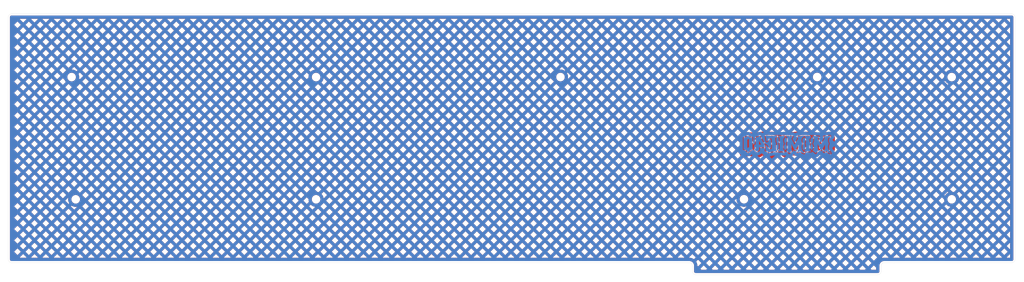
<source format=kicad_pcb>
(kicad_pcb (version 20240108) (generator "pcbnew") (generator_version "8.0")
  (layers (0 "F.Cu" signal) (31 "B.Cu" signal) (34 "B.Paste" user) (35 "F.Paste" user) (36 "B.SilkS" user "B.Silkscreen") (37 "F.SilkS" user "F.Silkscreen") (38 "B.Mask" user) (39 "F.Mask" user) (44 "Edge.Cuts" user))
  (net 0 "")
  (net 1 "GND")
  (footprint "MountingHole:MountingHole_2.2mm_M2" (layer "F.Cu") (at 85.725 98.425)
    (property "Reference" "H1" (hide yes))
    (property "Value" "MountingHole")
    (pad "" np_thru_hole circle (at 0 0) (size 2.2 2.2) (drill 2.2) (layers "F&B.Cu" "*.Mask"))
  )
  (footprint "MountingHole:MountingHole_2.2mm_M2" (layer "F.Cu") (at 360.045 98.425)
    (property "Reference" "H4" (hide yes))
    (property "Value" "MountingHole")
    (pad "" np_thru_hole circle (at 0 0) (size 2.2 2.2) (drill 2.2) (layers "F&B.Cu" "*.Mask"))
  )
  (footprint "MountingHole:MountingHole_2.2mm_M2" (layer "F.Cu") (at 161.925 136.525)
    (property "Reference" "H5" (hide yes))
    (property "Value" "MountingHole")
    (pad "" np_thru_hole circle (at 0 0) (size 2.2 2.2) (drill 2.2) (layers "F&B.Cu" "*.Mask"))
  )
  (footprint "MountingHole:MountingHole_2.2mm_M2" (layer "F.Cu") (at 161.925 98.425)
    (property "Reference" "H7" (hide yes))
    (property "Value" "MountingHole")
    (pad "" np_thru_hole circle (at 0 0) (size 2.2 2.2) (drill 2.2) (layers "F&B.Cu" "*.Mask"))
  )
  (footprint "MountingHole:MountingHole_2.2mm_M2" (layer "F.Cu") (at 318.1 98.4)
    (property "Reference" "H9" (hide yes))
    (property "Value" "MountingHole")
    (pad "" np_thru_hole circle (at 0 0) (size 2.2 2.2) (drill 2.2) (layers "F&B.Cu" "*.Mask"))
  )
  (footprint "MountingHole:MountingHole_2.2mm_M2" (layer "F.Cu") (at 295.3 136.5)
    (property "Reference" "H6" (hide yes))
    (property "Value" "MountingHole")
    (pad "" np_thru_hole circle (at 0 0) (size 2.2 2.2) (drill 2.2) (layers "F&B.Cu" "*.Mask"))
  )
  (footprint "MountingHole:MountingHole_2.2mm_M2" (layer "F.Cu") (at 87 136.525)
    (property "Reference" "H3" (hide yes))
    (property "Value" "MountingHole")
    (pad "" np_thru_hole circle (at 0 0) (size 2.2 2.2) (drill 2.2) (layers "F&B.Cu" "*.Mask"))
  )
  (footprint "MountingHole:MountingHole_2.2mm_M2" (layer "F.Cu") (at 238.1 98.425)
    (property "Reference" "H2" (hide yes))
    (property "Value" "MountingHole")
    (pad "" np_thru_hole circle (at 0 0) (size 2.2 2.2) (drill 2.2) (layers "F&B.Cu" "*.Mask"))
  )
  (footprint "MountingHole:MountingHole_2.2mm_M2" (layer "F.Cu") (at 360.045 136.525)
    (property "Reference" "H8" (hide yes))
    (property "Value" "MountingHole")
    (pad "" np_thru_hole circle (at 0 0) (size 2.2 2.2) (drill 2.2) (layers "F&B.Cu" "*.Mask"))
  )
  (gr_poly (pts (xy 321.24506 116.905889) (xy 321.416509 117.04439) (xy 321.601274 117.168258) (xy 321.811591 117.264895) (xy 322.0446 117.322531) (xy 322.284933 117.350886) (xy 322.284933 120.85919) (xy 322.155136 120.893888) (xy 321.917438 120.98321) (xy 321.707689 121.092895) (xy 321.524396 121.215498) (xy 321.330207 121.375578) (xy 321.144554 121.558491) (xy 320.986904 121.727473) (xy 320.888529 121.636527) (xy 320.688535 121.467624) (xy 320.507266 121.325444) (xy 320.317832 121.185208) (xy 320.130149 121.054504) (xy 319.913117 120.916085) (xy 319.676786 120.795443) (xy 319.725886 120.583786) (xy 319.751245 120.350155) (xy 319.754179 120.306346) (xy 320.622006 120.306346) (xy 320.76984 120.397864) (xy 320.965035 120.51562) (xy 321.179194 120.647615) (xy 321.383677 120.782254) (xy 321.396866 117.857568) (xy 321.226215 117.784856) (xy 321.020186 117.697092) (xy 320.821713 117.596216) (xy 320.634096 117.477281) (xy 320.634733 117.504845) (xy 320.639969 117.738505) (xy 320.644881 117.989155) (xy 320.648676 118.227804) (xy 320.651715 118.488876) (xy 320.6533 118.710955) (xy 320.653879 118.942372) (xy 320.653799 119.025986) (xy 320.652454 119.280378) (xy 320.64908 119.53813) (xy 320.6432 119.796724) (xy 320.634334 120.053636) (xy 320.622006 120.306346) (xy 319.754179 120.306346) (xy 319.766362 120.124446) (xy 319.777357 119.871947) (xy 319.784669 119.599767) (xy 319.788734 119.315016) (xy 319.789992 119.024804) (xy 319.789688 118.862326) (xy 319.788441 118.637014) (xy 319.786421 118.408) (xy 319.783834 118.182057) (xy 319.780118 117.91427) (xy 319.77624 117.6751) (xy 319.771308 117.413534) (xy 319.8154 117.410754) (xy 320.073148 117.376435) (xy 320.326259 117.310593) (xy 320.540668 117.230359) (xy 320.764254 117.125965) (xy 321.002652 116.996379) (xy 321.207822 116.873879)) (stroke (width 0.2)) (fill solid) (layer "F.Cu") (net 1))
  (gr_poly (pts (xy 300.818962 116.871472) (xy 300.634777 117.051256) (xy 300.501624 117.244671) (xy 300.41168 117.450985) (xy 300.35712 117.669471) (xy 300.330121 117.899397) (xy 300.32286 118.140034) (xy 300.334677 118.319092) (xy 300.377658 118.537418) (xy 300.450963 118.766947) (xy 300.537041 118.973439) (xy 300.643796 119.189668) (xy 300.549431 119.386371) (xy 300.463292 119.617084) (xy 300.403433 119.833485) (xy 300.362992 120.05971) (xy 300.34814 120.288761) (xy 300.365158 120.527742) (xy 300.415199 120.754392) (xy 300.496742 120.960321) (xy 300.629659 121.163191) (xy 300.800966 121.313115) (xy 300.633823 121.407783) (xy 300.440584 121.542212) (xy 300.264088 121.691478) (xy 300.09169 121.873241) (xy 299.956863 122.074787) (xy 299.8669 121.894224) (xy 299.709417 121.703012) (xy 299.536964 121.546964) (xy 299.344196 121.412478) (xy 299.144633 121.313115) (xy 299.25646 121.182408) (xy 299.348431 120.973739) (xy 299.403294 120.72139) (xy 299.427503 120.487549) (xy 299.438006 120.240697) (xy 299.440289 119.988708) (xy 299.440289 118.808283) (xy 298.218098 121.12627) (xy 298.111486 121.10209) (xy 296.920069 119.019309) (xy 296.920069 119.978817) (xy 296.920442 120.072745) (xy 296.926164 120.331606) (xy 296.945125 120.628432) (xy 296.977971 120.878143) (xy 297.040104 121.137506) (xy 297.127509 121.354361) (xy 297.242174 121.545988) (xy 297.386084 121.729672) (xy 297.287199 121.701974) (xy 297.06485 121.624966) (xy 296.869035 121.524865) (xy 296.686088 121.399944) (xy 296.498017 121.252665) (xy 296.475961 121.289464) (xy 296.332198 121.497948) (xy 296.160744 121.685712) (xy 295.988622 121.82673) (xy 295.782992 121.954022) (xy 295.537363 122.067892) (xy 295.3077 122.149525) (xy 295.493082 121.955662) (xy 295.664527 121.738447) (xy 295.818714 121.501629) (xy 295.952318 121.248956) (xy 296.062017 120.984175) (xy 296.144487 120.711036) (xy 296.196407 120.433285) (xy 296.214452 120.154672) (xy 296.210562 120.025859) (xy 296.184012 119.803861) (xy 296.130207 119.587287) (xy 296.046659 119.377379) (xy 295.930886 119.17538) (xy 296.003797 119.029696) (xy 296.094565 118.819386) (xy 296.172511 118.585602) (xy 296.220685 118.363167) (xy 296.239731 118.12135) (xy 296.232306 117.976192) (xy 296.187558 117.746662) (xy 296.103606 117.531542) (xy 295.98191 117.329573) (xy 295.823929 117.139498) (xy 295.631121 116.96006) (xy 295.45278 116.823321) (xy 295.596761 116.803538) (xy 295.629074 116.804043) (xy 295.87758 116.831393) (xy 296.125474 116.877089) (xy 296.360109 116.920966) (xy 296.623039 116.962116) (xy 296.855515 116.988035) (xy 297.109113 117.003572) (xy 297.13227 117.003567) (xy 297.35531 116.996978) (xy 297.219623 117.161621) (xy 297.125799 117.363364) (xy 297.083834 117.590488) (xy 298.337899 119.73262) (xy 299.384235 117.627857) (xy 299.355246 117.549714) (xy 299.258945 117.342346) (xy 299.126688 117.148607) (xy 298.955589 116.978293) (xy 299.005657 116.984408) (xy 299.225966 116.991482) (xy 299.437747 116.987013) (xy 299.709671 116.970242) (xy 299.929451 116.949479) (xy 300.148097 116.923608) (xy 300.415416 116.88609) (xy 300.670821 116.845211) (xy 300.908677 116.803538)) (stroke (width 0.2)) (fill solid) (layer "F.Cu") (net 1))
  (gr_poly (pts (xy 312.352386 116.822751) (xy 312.592215 116.841314) (xy 312.824447 116.855258) (xy 313.048906 116.865012) (xy 313.307748 116.871786) (xy 313.554839 116.873879) (xy 313.803158 116.87172) (xy 314.031883 116.865881) (xy 314.307967 116.854023) (xy 314.553049 116.839589) (xy 314.81914 116.821377) (xy 315.085044 116.805119) (xy 315.330973 116.803538) (xy 315.488143 116.816727) (xy 315.441195 116.96572) (xy 315.391277 117.204702) (xy 315.351539 117.435896) (xy 315.313901 117.682199) (xy 315.280139 117.924729) (xy 315.252032 118.144602) (xy 315.224361 118.390628) (xy 315.179298 118.409312) (xy 315.152145 118.38852) (xy 314.972385 118.214135) (xy 314.84842 118.017917) (xy 314.765002 117.789255) (xy 314.713283 117.554218) (xy 314.600374 117.495124) (xy 314.383496 117.453779) (xy 314.15934 117.446507) (xy 314.056603 117.447372) (xy 313.826019 117.453719) (xy 313.604298 117.459696) (xy 313.596203 117.505836) (xy 313.560084 117.764602) (xy 313.536276 118.000909) (xy 313.51682 118.258192) (xy 313.501564 118.531774) (xy 313.490352 118.816981) (xy 313.48303 119.109136) (xy 313.479998 119.33) (xy 313.479001 119.55017) (xy 313.479327 119.698845) (xy 313.481389 119.941293) (xy 313.485503 120.174684) (xy 313.493398 120.438939) (xy 313.504808 120.681466) (xy 313.522965 120.930631) (xy 314.587986 121.038342) (xy 314.612837 120.941501) (xy 314.694447 120.712879) (xy 314.800429 120.50086) (xy 314.926455 120.302124) (xy 315.068198 120.113349) (xy 315.221333 119.931216) (xy 315.381531 119.752404) (xy 315.4189 119.765593) (xy 315.406673 119.875016) (xy 315.391805 120.106881) (xy 315.388126 120.329427) (xy 315.388272 120.370165) (xy 315.394912 120.606187) (xy 315.413384 120.857603) (xy 315.445172 121.102037) (xy 315.494738 121.323007) (xy 315.340818 121.346732) (xy 315.122473 121.40902) (xy 314.908694 121.51001) (xy 314.700826 121.644294) (xy 314.505554 121.797815) (xy 314.309971 121.741754) (xy 314.047869 121.675357) (xy 313.786556 121.618575) (xy 313.528544 121.571485) (xy 313.276343 121.534164) (xy 313.032467 121.50669) (xy 312.799425 121.48914) (xy 312.527187 121.481277) (xy 312.378753 121.491367) (xy 312.155694 121.545024) (xy 312.149099 121.52524) (xy 312.298565 121.343272) (xy 312.385247 121.137932) (xy 312.4542 120.892685) (xy 312.504542 120.62773) (xy 312.535392 120.363269) (xy 312.545872 120.119501) (xy 312.545634 120.083652) (xy 312.530896 119.836003) (xy 312.49407 119.603186) (xy 312.426351 119.371563) (xy 312.319459 119.177578) (xy 312.344786 119.150768) (xy 312.471368 118.946921) (xy 312.546893 118.733025) (xy 312.599155 118.493973) (xy 312.631875 118.243701) (xy 312.648776 117.996145) (xy 312.653583 117.765244) (xy 312.64912 117.569184) (xy 312.634898 117.346489) (xy 312.563313 117.31134) (xy 312.373729 117.170215) (xy 312.217173 116.996366) (xy 312.105135 116.799141)) (stroke (width 0.2)) (fill solid) (layer "F.Cu") (net 1))
  (gr_poly (pts (xy 309.044572 116.871472) (xy 308.860387 117.051256) (xy 308.727235 117.244671) (xy 308.63729 117.450985) (xy 308.582731 117.669471) (xy 308.555732 117.899397) (xy 308.548471 118.140034) (xy 308.560288 118.319092) (xy 308.603269 118.537418) (xy 308.676573 118.766947) (xy 308.762651 118.973439) (xy 308.869406 119.189668) (xy 308.775042 119.386371) (xy 308.688902 119.617084) (xy 308.629044 119.833485) (xy 308.588602 120.05971) (xy 308.57375 120.288761) (xy 308.590769 120.527742) (xy 308.64081 120.754392) (xy 308.722352 120.960321) (xy 308.855269 121.163191) (xy 309.026576 121.313115) (xy 308.859434 121.407783) (xy 308.666195 121.542212) (xy 308.489699 121.691478) (xy 308.317301 121.873241) (xy 308.182473 122.074787) (xy 308.09251 121.894224) (xy 307.935027 121.703012) (xy 307.762575 121.546964) (xy 307.569807 121.412478) (xy 307.370244 121.313115) (xy 307.48207 121.182408) (xy 307.574042 120.973739) (xy 307.628905 120.72139) (xy 307.653113 120.487549) (xy 307.663617 120.240697) (xy 307.6659 119.988708) (xy 307.6659 118.808283) (xy 306.443708 121.12627) (xy 306.337096 121.10209) (xy 305.14568 119.019309) (xy 305.14568 119.978817) (xy 305.146053 120.072745) (xy 305.151774 120.331606) (xy 305.170736 120.628432) (xy 305.203582 120.878143) (xy 305.265715 121.137506) (xy 305.35312 121.354361) (xy 305.467784 121.545988) (xy 305.611695 121.729672) (xy 305.512809 121.701974) (xy 305.290461 121.624966) (xy 305.094645 121.524865) (xy 304.911699 121.399944) (xy 304.723628 121.252665) (xy 304.701572 121.289464) (xy 304.557808 121.497948) (xy 304.386354 121.685712) (xy 304.214232 121.82673) (xy 304.008602 121.954022) (xy 303.762974 122.067892) (xy 303.533311 122.149525) (xy 303.718692 121.955662) (xy 303.890138 121.738447) (xy 304.044324 121.501629) (xy 304.177929 121.248956) (xy 304.287627 120.984175) (xy 304.370098 120.711036) (xy 304.422017 120.433285) (xy 304.440062 120.154672) (xy 304.436172 120.025859) (xy 304.409623 119.803861) (xy 304.355817 119.587287) (xy 304.27227 119.377379) (xy 304.156496 119.17538) (xy 304.229408 119.029696) (xy 304.320175 118.819386) (xy 304.398121 118.585602) (xy 304.446296 118.363167) (xy 304.465341 118.12135) (xy 304.457917 117.976192) (xy 304.413169 117.746662) (xy 304.329217 117.531542) (xy 304.207521 117.329573) (xy 304.049539 117.139498) (xy 303.856732 116.96006) (xy 303.678391 116.823321) (xy 303.822372 116.803538) (xy 303.854685 116.804043) (xy 304.10319 116.831393) (xy 304.351085 116.877089) (xy 304.58572 116.920966) (xy 304.84865 116.962116) (xy 305.081125 116.988035) (xy 305.334724 117.003572) (xy 305.357881 117.003567) (xy 305.58092 116.996978) (xy 305.445234 117.161621) (xy 305.35141 117.363364) (xy 305.309445 117.590488) (xy 306.563509 119.73262) (xy 307.609846 117.627857) (xy 307.580857 117.549714) (xy 307.484556 117.342346) (xy 307.352298 117.148607) (xy 307.1812 116.978293) (xy 307.231267 116.984408) (xy 307.451576 116.991482) (xy 307.663358 116.987013) (xy 307.935281 116.970242) (xy 308.155061 116.949479) (xy 308.373708 116.923608) (xy 308.641027 116.88609) (xy 308.896432 116.845211) (xy 309.134288 116.803538)) (stroke (width 0.2)) (fill solid) (layer "F.Cu") (net 1))
  (gr_poly (pts (xy 309.802376 116.817451) (xy 310.023749 116.86774) (xy 310.251302 116.901312) (xy 310.481775 116.913447) (xy 310.62271 116.910856) (xy 310.856462 116.895699) (xy 311.080263 116.870868) (xy 311.301638 116.84085) (xy 311.528112 116.810132) (xy 311.353486 116.976905) (xy 311.223532 117.203043) (xy 311.146132 117.421128) (xy 311.094055 117.652711) (xy 311.064708 117.885191) (xy 311.055502 118.105963) (xy 311.057661 118.23145) (xy 311.07314 118.470741) (xy 311.106231 118.720476) (xy 311.16011 118.963603) (xy 311.237951 119.183073) (xy 311.155691 119.375707) (xy 311.103312 119.598943) (xy 311.075663 119.840108) (xy 311.067592 120.086528) (xy 311.070282 120.238374) (xy 311.089058 120.485241) (xy 311.130456 120.725064) (xy 311.199958 120.958673) (xy 311.303048 121.186899) (xy 311.445212 121.410572) (xy 311.59076 121.586789) (xy 311.507112 121.576507) (xy 311.27283 121.550657) (xy 311.027934 121.52924) (xy 310.779713 121.514939) (xy 310.532334 121.509853) (xy 310.336888 121.513149) (xy 310.101448 121.526486) (xy 309.858902 121.550752) (xy 309.625582 121.581294) (xy 309.658875 121.559845) (xy 309.844705 121.394994) (xy 309.978133 121.218155) (xy 310.088217 121.014993) (xy 310.171333 120.794463) (xy 310.223859 120.56552) (xy 310.242173 120.337121) (xy 310.24188 120.296783) (xy 310.227666 120.05442) (xy 310.191695 119.81694) (xy 310.133402 119.591907) (xy 310.052223 119.386884) (xy 309.927833 119.183073) (xy 310.041033 118.943189) (xy 310.121689 118.718099) (xy 310.174583 118.502196) (xy 310.207582 118.254438) (xy 310.216894 118.002648) (xy 310.213554 117.839184) (xy 310.198209 117.617965) (xy 310.1682 117.604814) (xy 309.974632 117.461539) (xy 309.851555 117.263074) (xy 309.781764 117.027038) (xy 309.750879 116.803538)) (stroke (width 0.2)) (fill solid) (layer "F.Cu") (net 1))
  (gr_poly (pts (xy 317.394614 116.905686) (xy 317.601018 117.066558) (xy 317.800132 117.165206) (xy 318.048495 117.247598) (xy 318.281934 117.297837) (xy 318.523837 117.327805) (xy 318.523837 119.582044) (xy 318.971168 119.582044) (xy 318.975892 119.662538) (xy 318.996351 119.882617) (xy 319.033764 120.105307) (xy 319.116248 120.331625) (xy 318.94999 120.211112) (xy 318.726071 120.179951) (xy 318.523837 120.179951) (xy 318.523837 120.432742) (xy 318.540805 120.596373) (xy 318.658551 120.794963) (xy 318.883241 120.861388) (xy 319.060195 120.836109) (xy 318.951785 120.943538) (xy 318.763304 121.098479) (xy 318.577333 121.241352) (xy 318.395347 121.379387) (xy 318.221587 121.516448) (xy 318.071095 121.432395) (xy 317.874747 121.313097) (xy 317.67314 121.201008) (xy 317.686329 120.179951) (xy 316.867505 120.179951) (xy 316.65042 120.180806) (xy 316.417416 120.184837) (xy 316.188156 120.195305) (xy 315.959654 120.223914) (xy 315.971046 120.16172) (xy 315.991528 119.941448) (xy 315.991362 119.919735) (xy 315.967946 119.686016) (xy 315.929665 119.582044) (xy 316.697145 119.582044) (xy 317.730292 119.582044) (xy 317.730292 117.699298) (xy 317.661717 117.850475) (xy 317.56571 118.055958) (xy 317.44136 118.313273) (xy 317.334069 118.527327) (xy 317.218317 118.749351) (xy 317.097308 118.970265) (xy 316.974249 119.180988) (xy 316.852345 119.372442) (xy 316.697145 119.582044) (xy 315.929665 119.582044) (xy 315.890411 119.475432) (xy 316.032941 119.31032) (xy 316.171573 119.115771) (xy 316.337156 118.867682) (xy 316.457312 118.679845) (xy 316.581638 118.479165) (xy 316.707011 118.270022) (xy 316.830306 118.056797) (xy 316.948402 117.84387) (xy 317.058173 117.635623) (xy 317.156498 117.436436) (xy 317.275689 117.164227) (xy 317.365394 116.873879)) (stroke (width 0.2)) (fill solid) (layer "F.Cu") (net 1))
  (gr_poly (pts (xy 321.24506 116.905889) (xy 321.416509 117.04439) (xy 321.601274 117.168258) (xy 321.811591 117.264895) (xy 322.0446 117.322531) (xy 322.284933 117.350886) (xy 322.284933 120.85919) (xy 322.155136 120.893888) (xy 321.917438 120.98321) (xy 321.707689 121.092895) (xy 321.524396 121.215498) (xy 321.330207 121.375578) (xy 321.144554 121.558491) (xy 320.986904 121.727473) (xy 320.888529 121.636527) (xy 320.688535 121.467624) (xy 320.507266 121.325444) (xy 320.317832 121.185208) (xy 320.130149 121.054504) (xy 319.913117 120.916085) (xy 319.676786 120.795443) (xy 319.725886 120.583786) (xy 319.751245 120.350155) (xy 319.754179 120.306346) (xy 320.622006 120.306346) (xy 320.76984 120.397864) (xy 320.965035 120.51562) (xy 321.179194 120.647615) (xy 321.383677 120.782254) (xy 321.396866 117.857568) (xy 321.226215 117.784856) (xy 321.020186 117.697092) (xy 320.821713 117.596216) (xy 320.634096 117.477281) (xy 320.634733 117.504845) (xy 320.639969 117.738505) (xy 320.644881 117.989155) (xy 320.648676 118.227804) (xy 320.651715 118.488876) (xy 320.6533 118.710955) (xy 320.653879 118.942372) (xy 320.653799 119.025986) (xy 320.652454 119.280378) (xy 320.64908 119.53813) (xy 320.6432 119.796724) (xy 320.634334 120.053636) (xy 320.622006 120.306346) (xy 319.754179 120.306346) (xy 319.766362 120.124446) (xy 319.777357 119.871947) (xy 319.784669 119.599767) (xy 319.788734 119.315016) (xy 319.789992 119.024804) (xy 319.789688 118.862326) (xy 319.788441 118.637014) (xy 319.786421 118.408) (xy 319.783834 118.182057) (xy 319.780118 117.91427) (xy 319.77624 117.6751) (xy 319.771308 117.413534) (xy 319.8154 117.410754) (xy 320.073148 117.376435) (xy 320.326259 117.310593) (xy 320.540668 117.230359) (xy 320.764254 117.125965) (xy 321.002652 116.996379) (xy 321.207822 116.873879)) (stroke (width 0.2)) (fill solid) (layer "F.Cu") (net 1))
  (gr_poly (pts (xy 312.352386 116.822751) (xy 312.592215 116.841314) (xy 312.824447 116.855258) (xy 313.048906 116.865012) (xy 313.307748 116.871786) (xy 313.554839 116.873879) (xy 313.803158 116.87172) (xy 314.031883 116.865881) (xy 314.307967 116.854023) (xy 314.553049 116.839589) (xy 314.81914 116.821377) (xy 315.085044 116.805119) (xy 315.330973 116.803538) (xy 315.488143 116.816727) (xy 315.441195 116.96572) (xy 315.391277 117.204702) (xy 315.351539 117.435896) (xy 315.313901 117.682199) (xy 315.280139 117.924729) (xy 315.252032 118.144602) (xy 315.224361 118.390628) (xy 315.179298 118.409312) (xy 315.152145 118.38852) (xy 314.972385 118.214135) (xy 314.84842 118.017917) (xy 314.765002 117.789255) (xy 314.713283 117.554218) (xy 314.600374 117.495124) (xy 314.383496 117.453779) (xy 314.15934 117.446507) (xy 314.056603 117.447372) (xy 313.826019 117.453719) (xy 313.604298 117.459696) (xy 313.596203 117.505836) (xy 313.560084 117.764602) (xy 313.536276 118.000909) (xy 313.51682 118.258192) (xy 313.501564 118.531774) (xy 313.490352 118.816981) (xy 313.48303 119.109136) (xy 313.479998 119.33) (xy 313.479001 119.55017) (xy 313.479327 119.698845) (xy 313.481389 119.941293) (xy 313.485503 120.174684) (xy 313.493398 120.438939) (xy 313.504808 120.681466) (xy 313.522965 120.930631) (xy 314.587986 121.038342) (xy 314.612837 120.941501) (xy 314.694447 120.712879) (xy 314.800429 120.50086) (xy 314.926455 120.302124) (xy 315.068198 120.113349) (xy 315.221333 119.931216) (xy 315.381531 119.752404) (xy 315.4189 119.765593) (xy 315.406673 119.875016) (xy 315.391805 120.106881) (xy 315.388126 120.329427) (xy 315.388272 120.370165) (xy 315.394912 120.606187) (xy 315.413384 120.857603) (xy 315.445172 121.102037) (xy 315.494738 121.323007) (xy 315.340818 121.346732) (xy 315.122473 121.40902) (xy 314.908694 121.51001) (xy 314.700826 121.644294) (xy 314.505554 121.797815) (xy 314.309971 121.741754) (xy 314.047869 121.675357) (xy 313.786556 121.618575) (xy 313.528544 121.571485) (xy 313.276343 121.534164) (xy 313.032467 121.50669) (xy 312.799425 121.48914) (xy 312.527187 121.481277) (xy 312.378753 121.491367) (xy 312.155694 121.545024) (xy 312.149099 121.52524) (xy 312.298565 121.343272) (xy 312.385247 121.137932) (xy 312.4542 120.892685) (xy 312.504542 120.62773) (xy 312.535392 120.363269) (xy 312.545872 120.119501) (xy 312.545634 120.083652) (xy 312.530896 119.836003) (xy 312.49407 119.603186) (xy 312.426351 119.371563) (xy 312.319459 119.177578) (xy 312.344786 119.150768) (xy 312.471368 118.946921) (xy 312.546893 118.733025) (xy 312.599155 118.493973) (xy 312.631875 118.243701) (xy 312.648776 117.996145) (xy 312.653583 117.765244) (xy 312.64912 117.569184) (xy 312.634898 117.346489) (xy 312.563313 117.31134) (xy 312.373729 117.170215) (xy 312.217173 116.996366) (xy 312.105135 116.799141)) (stroke (width 0.2)) (fill solid) (layer "F.Cu") (net 1))
  (gr_poly (pts (xy 317.394614 116.905686) (xy 317.601018 117.066558) (xy 317.800132 117.165206) (xy 318.048495 117.247598) (xy 318.281934 117.297837) (xy 318.523837 117.327805) (xy 318.523837 119.582044) (xy 318.971168 119.582044) (xy 318.975892 119.662538) (xy 318.996351 119.882617) (xy 319.033764 120.105307) (xy 319.116248 120.331625) (xy 318.94999 120.211112) (xy 318.726071 120.179951) (xy 318.523837 120.179951) (xy 318.523837 120.432742) (xy 318.540805 120.596373) (xy 318.658551 120.794963) (xy 318.883241 120.861388) (xy 319.060195 120.836109) (xy 318.951785 120.943538) (xy 318.763304 121.098479) (xy 318.577333 121.241352) (xy 318.395347 121.379387) (xy 318.221587 121.516448) (xy 318.071095 121.432395) (xy 317.874747 121.313097) (xy 317.67314 121.201008) (xy 317.686329 120.179951) (xy 316.867505 120.179951) (xy 316.65042 120.180806) (xy 316.417416 120.184837) (xy 316.188156 120.195305) (xy 315.959654 120.223914) (xy 315.971046 120.16172) (xy 315.991528 119.941448) (xy 315.991362 119.919735) (xy 315.967946 119.686016) (xy 315.929665 119.582044) (xy 316.697145 119.582044) (xy 317.730292 119.582044) (xy 317.730292 117.699298) (xy 317.661717 117.850475) (xy 317.56571 118.055958) (xy 317.44136 118.313273) (xy 317.334069 118.527327) (xy 317.218317 118.749351) (xy 317.097308 118.970265) (xy 316.974249 119.180988) (xy 316.852345 119.372442) (xy 316.697145 119.582044) (xy 315.929665 119.582044) (xy 315.890411 119.475432) (xy 316.032941 119.31032) (xy 316.171573 119.115771) (xy 316.337156 118.867682) (xy 316.457312 118.679845) (xy 316.581638 118.479165) (xy 316.707011 118.270022) (xy 316.830306 118.056797) (xy 316.948402 117.84387) (xy 317.058173 117.635623) (xy 317.156498 117.436436) (xy 317.275689 117.164227) (xy 317.365394 116.873879)) (stroke (width 0.2)) (fill solid) (layer "F.Cu") (net 1))
  (gr_poly (pts (xy 309.044572 116.871472) (xy 308.860387 117.051256) (xy 308.727235 117.244671) (xy 308.63729 117.450985) (xy 308.582731 117.669471) (xy 308.555732 117.899397) (xy 308.548471 118.140034) (xy 308.560288 118.319092) (xy 308.603269 118.537418) (xy 308.676573 118.766947) (xy 308.762651 118.973439) (xy 308.869406 119.189668) (xy 308.775042 119.386371) (xy 308.688902 119.617084) (xy 308.629044 119.833485) (xy 308.588602 120.05971) (xy 308.57375 120.288761) (xy 308.590769 120.527742) (xy 308.64081 120.754392) (xy 308.722352 120.960321) (xy 308.855269 121.163191) (xy 309.026576 121.313115) (xy 308.859434 121.407783) (xy 308.666195 121.542212) (xy 308.489699 121.691478) (xy 308.317301 121.873241) (xy 308.182473 122.074787) (xy 308.09251 121.894224) (xy 307.935027 121.703012) (xy 307.762575 121.546964) (xy 307.569807 121.412478) (xy 307.370244 121.313115) (xy 307.48207 121.182408) (xy 307.574042 120.973739) (xy 307.628905 120.72139) (xy 307.653113 120.487549) (xy 307.663617 120.240697) (xy 307.6659 119.988708) (xy 307.6659 118.808283) (xy 306.443708 121.12627) (xy 306.337096 121.10209) (xy 305.14568 119.019309) (xy 305.14568 119.978817) (xy 305.146053 120.072745) (xy 305.151774 120.331606) (xy 305.170736 120.628432) (xy 305.203582 120.878143) (xy 305.265715 121.137506) (xy 305.35312 121.354361) (xy 305.467784 121.545988) (xy 305.611695 121.729672) (xy 305.512809 121.701974) (xy 305.290461 121.624966) (xy 305.094645 121.524865) (xy 304.911699 121.399944) (xy 304.723628 121.252665) (xy 304.701572 121.289464) (xy 304.557808 121.497948) (xy 304.386354 121.685712) (xy 304.214232 121.82673) (xy 304.008602 121.954022) (xy 303.762974 122.067892) (xy 303.533311 122.149525) (xy 303.718692 121.955662) (xy 303.890138 121.738447) (xy 304.044324 121.501629) (xy 304.177929 121.248956) (xy 304.287627 120.984175) (xy 304.370098 120.711036) (xy 304.422017 120.433285) (xy 304.440062 120.154672) (xy 304.436172 120.025859) (xy 304.409623 119.803861) (xy 304.355817 119.587287) (xy 304.27227 119.377379) (xy 304.156496 119.17538) (xy 304.229408 119.029696) (xy 304.320175 118.819386) (xy 304.398121 118.585602) (xy 304.446296 118.363167) (xy 304.465341 118.12135) (xy 304.457917 117.976192) (xy 304.413169 117.746662) (xy 304.329217 117.531542) (xy 304.207521 117.329573) (xy 304.049539 117.139498) (xy 303.856732 116.96006) (xy 303.678391 116.823321) (xy 303.822372 116.803538) (xy 303.854685 116.804043) (xy 304.10319 116.831393) (xy 304.351085 116.877089) (xy 304.58572 116.920966) (xy 304.84865 116.962116) (xy 305.081125 116.988035) (xy 305.334724 117.003572) (xy 305.357881 117.003567) (xy 305.58092 116.996978) (xy 305.445234 117.161621) (xy 305.35141 117.363364) (xy 305.309445 117.590488) (xy 306.563509 119.73262) (xy 307.609846 117.627857) (xy 307.580857 117.549714) (xy 307.484556 117.342346) (xy 307.352298 117.148607) (xy 307.1812 116.978293) (xy 307.231267 116.984408) (xy 307.451576 116.991482) (xy 307.663358 116.987013) (xy 307.935281 116.970242) (xy 308.155061 116.949479) (xy 308.373708 116.923608) (xy 308.641027 116.88609) (xy 308.896432 116.845211) (xy 309.134288 116.803538)) (stroke (width 0.2)) (fill solid) (layer "F.Cu") (net 1))
  (gr_poly (pts (xy 301.576765 116.817451) (xy 301.798139 116.86774) (xy 302.025692 116.901312) (xy 302.256165 116.913447) (xy 302.3971 116.910856) (xy 302.630851 116.895699) (xy 302.854652 116.870868) (xy 303.076027 116.84085) (xy 303.302501 116.810132) (xy 303.127875 116.976905) (xy 302.997921 117.203043) (xy 302.920522 117.421128) (xy 302.868444 117.652711) (xy 302.839098 117.885191) (xy 302.829891 118.105963) (xy 302.832051 118.23145) (xy 302.84753 118.470741) (xy 302.880621 118.720476) (xy 302.934499 118.963603) (xy 303.012341 119.183073) (xy 302.93008 119.375707) (xy 302.877702 119.598943) (xy 302.850053 119.840108) (xy 302.841981 120.086528) (xy 302.844671 120.238374) (xy 302.863448 120.485241) (xy 302.904845 120.725064) (xy 302.974347 120.958673) (xy 303.077438 121.186899) (xy 303.219601 121.410572) (xy 303.365149 121.586789) (xy 303.281501 121.576507) (xy 303.04722 121.550657) (xy 302.802323 121.52924) (xy 302.554102 121.514939) (xy 302.306723 121.509853) (xy 302.111277 121.513149) (xy 301.875837 121.526486) (xy 301.633291 121.550752) (xy 301.399971 121.581294) (xy 301.433265 121.559845) (xy 301.619094 121.394994) (xy 301.752523 121.218155) (xy 301.862606 121.014993) (xy 301.945723 120.794463) (xy 301.998249 120.56552) (xy 302.016562 120.337121) (xy 302.016269 120.296783) (xy 302.002055 120.05442) (xy 301.966084 119.81694) (xy 301.907792 119.591907) (xy 301.826612 119.386884) (xy 301.702222 119.183073) (xy 301.815423 118.943189) (xy 301.896079 118.718099) (xy 301.948972 118.502196) (xy 301.981971 118.254438) (xy 301.991283 118.002648) (xy 301.987944 117.839184) (xy 301.972599 117.617965) (xy 301.942589 117.604814) (xy 301.749021 117.461539) (xy 301.625945 117.263074) (xy 301.556153 117.027038) (xy 301.525268 116.803538)) (stroke (width 0.2)) (fill solid) (layer "F.Cu") (net 1))
  (gr_poly (pts (xy 309.802376 116.817451) (xy 310.023749 116.86774) (xy 310.251302 116.901312) (xy 310.481775 116.913447) (xy 310.62271 116.910856) (xy 310.856462 116.895699) (xy 311.080263 116.870868) (xy 311.301638 116.84085) (xy 311.528112 116.810132) (xy 311.353486 116.976905) (xy 311.223532 117.203043) (xy 311.146132 117.421128) (xy 311.094055 117.652711) (xy 311.064708 117.885191) (xy 311.055502 118.105963) (xy 311.057661 118.23145) (xy 311.07314 118.470741) (xy 311.106231 118.720476) (xy 311.16011 118.963603) (xy 311.237951 119.183073) (xy 311.155691 119.375707) (xy 311.103312 119.598943) (xy 311.075663 119.840108) (xy 311.067592 120.086528) (xy 311.070282 120.238374) (xy 311.089058 120.485241) (xy 311.130456 120.725064) (xy 311.199958 120.958673) (xy 311.303048 121.186899) (xy 311.445212 121.410572) (xy 311.59076 121.586789) (xy 311.507112 121.576507) (xy 311.27283 121.550657) (xy 311.027934 121.52924) (xy 310.779713 121.514939) (xy 310.532334 121.509853) (xy 310.336888 121.513149) (xy 310.101448 121.526486) (xy 309.858902 121.550752) (xy 309.625582 121.581294) (xy 309.658875 121.559845) (xy 309.844705 121.394994) (xy 309.978133 121.218155) (xy 310.088217 121.014993) (xy 310.171333 120.794463) (xy 310.223859 120.56552) (xy 310.242173 120.337121) (xy 310.24188 120.296783) (xy 310.227666 120.05442) (xy 310.191695 119.81694) (xy 310.133402 119.591907) (xy 310.052223 119.386884) (xy 309.927833 119.183073) (xy 310.041033 118.943189) (xy 310.121689 118.718099) (xy 310.174583 118.502196) (xy 310.207582 118.254438) (xy 310.216894 118.002648) (xy 310.213554 117.839184) (xy 310.198209 117.617965) (xy 310.1682 117.604814) (xy 309.974632 117.461539) (xy 309.851555 117.263074) (xy 309.781764 117.027038) (xy 309.750879 116.803538)) (stroke (width 0.2)) (fill solid) (layer "F.Cu") (net 1))
  (gr_poly (pts (xy 300.818962 116.871472) (xy 300.634777 117.051256) (xy 300.501624 117.244671) (xy 300.41168 117.450985) (xy 300.35712 117.669471) (xy 300.330121 117.899397) (xy 300.32286 118.140034) (xy 300.334677 118.319092) (xy 300.377658 118.537418) (xy 300.450963 118.766947) (xy 300.537041 118.973439) (xy 300.643796 119.189668) (xy 300.549431 119.386371) (xy 300.463292 119.617084) (xy 300.403433 119.833485) (xy 300.362992 120.05971) (xy 300.34814 120.288761) (xy 300.365158 120.527742) (xy 300.415199 120.754392) (xy 300.496742 120.960321) (xy 300.629659 121.163191) (xy 300.800966 121.313115) (xy 300.633823 121.407783) (xy 300.440584 121.542212) (xy 300.264088 121.691478) (xy 300.09169 121.873241) (xy 299.956863 122.074787) (xy 299.8669 121.894224) (xy 299.709417 121.703012) (xy 299.536964 121.546964) (xy 299.344196 121.412478) (xy 299.144633 121.313115) (xy 299.25646 121.182408) (xy 299.348431 120.973739) (xy 299.403294 120.72139) (xy 299.427503 120.487549) (xy 299.438006 120.240697) (xy 299.440289 119.988708) (xy 299.440289 118.808283) (xy 298.218098 121.12627) (xy 298.111486 121.10209) (xy 296.920069 119.019309) (xy 296.920069 119.978817) (xy 296.920442 120.072745) (xy 296.926164 120.331606) (xy 296.945125 120.628432) (xy 296.977971 120.878143) (xy 297.040104 121.137506) (xy 297.127509 121.354361) (xy 297.242174 121.545988) (xy 297.386084 121.729672) (xy 297.287199 121.701974) (xy 297.06485 121.624966) (xy 296.869035 121.524865) (xy 296.686088 121.399944) (xy 296.498017 121.252665) (xy 296.475961 121.289464) (xy 296.332198 121.497948) (xy 296.160744 121.685712) (xy 295.988622 121.82673) (xy 295.782992 121.954022) (xy 295.537363 122.067892) (xy 295.3077 122.149525) (xy 295.493082 121.955662) (xy 295.664527 121.738447) (xy 295.818714 121.501629) (xy 295.952318 121.248956) (xy 296.062017 120.984175) (xy 296.144487 120.711036) (xy 296.196407 120.433285) (xy 296.214452 120.154672) (xy 296.210562 120.025859) (xy 296.184012 119.803861) (xy 296.130207 119.587287) (xy 296.046659 119.377379) (xy 295.930886 119.17538) (xy 296.003797 119.029696) (xy 296.094565 118.819386) (xy 296.172511 118.585602) (xy 296.220685 118.363167) (xy 296.239731 118.12135) (xy 296.232306 117.976192) (xy 296.187558 117.746662) (xy 296.103606 117.531542) (xy 295.98191 117.329573) (xy 295.823929 117.139498) (xy 295.631121 116.96006) (xy 295.45278 116.823321) (xy 295.596761 116.803538) (xy 295.629074 116.804043) (xy 295.87758 116.831393) (xy 296.125474 116.877089) (xy 296.360109 116.920966) (xy 296.623039 116.962116) (xy 296.855515 116.988035) (xy 297.109113 117.003572) (xy 297.13227 117.003567) (xy 297.35531 116.996978) (xy 297.219623 117.161621) (xy 297.125799 117.363364) (xy 297.083834 117.590488) (xy 298.337899 119.73262) (xy 299.384235 117.627857) (xy 299.355246 117.549714) (xy 299.258945 117.342346) (xy 299.126688 117.148607) (xy 298.955589 116.978293) (xy 299.005657 116.984408) (xy 299.225966 116.991482) (xy 299.437747 116.987013) (xy 299.709671 116.970242) (xy 299.929451 116.949479) (xy 300.148097 116.923608) (xy 300.415416 116.88609) (xy 300.670821 116.845211) (xy 300.908677 116.803538)) (stroke (width 0.2)) (fill solid) (layer "F.Cu") (net 1))
  (gr_poly (pts (xy 301.576765 116.817451) (xy 301.798139 116.86774) (xy 302.025692 116.901312) (xy 302.256165 116.913447) (xy 302.3971 116.910856) (xy 302.630851 116.895699) (xy 302.854652 116.870868) (xy 303.076027 116.84085) (xy 303.302501 116.810132) (xy 303.127875 116.976905) (xy 302.997921 117.203043) (xy 302.920522 117.421128) (xy 302.868444 117.652711) (xy 302.839098 117.885191) (xy 302.829891 118.105963) (xy 302.832051 118.23145) (xy 302.84753 118.470741) (xy 302.880621 118.720476) (xy 302.934499 118.963603) (xy 303.012341 119.183073) (xy 302.93008 119.375707) (xy 302.877702 119.598943) (xy 302.850053 119.840108) (xy 302.841981 120.086528) (xy 302.844671 120.238374) (xy 302.863448 120.485241) (xy 302.904845 120.725064) (xy 302.974347 120.958673) (xy 303.077438 121.186899) (xy 303.219601 121.410572) (xy 303.365149 121.586789) (xy 303.281501 121.576507) (xy 303.04722 121.550657) (xy 302.802323 121.52924) (xy 302.554102 121.514939) (xy 302.306723 121.509853) (xy 302.111277 121.513149) (xy 301.875837 121.526486) (xy 301.633291 121.550752) (xy 301.399971 121.581294) (xy 301.433265 121.559845) (xy 301.619094 121.394994) (xy 301.752523 121.218155) (xy 301.862606 121.014993) (xy 301.945723 120.794463) (xy 301.998249 120.56552) (xy 302.016562 120.337121) (xy 302.016269 120.296783) (xy 302.002055 120.05442) (xy 301.966084 119.81694) (xy 301.907792 119.591907) (xy 301.826612 119.386884) (xy 301.702222 119.183073) (xy 301.815423 118.943189) (xy 301.896079 118.718099) (xy 301.948972 118.502196) (xy 301.981971 118.254438) (xy 301.991283 118.002648) (xy 301.987944 117.839184) (xy 301.972599 117.617965) (xy 301.942589 117.604814) (xy 301.749021 117.461539) (xy 301.625945 117.263074) (xy 301.556153 117.027038) (xy 301.525268 116.803538)) (stroke (width 0.2)) (fill solid) (layer "F.Cu") (net 1))
  (gr_poly (pts (xy 316.773672 116.871472) (xy 316.957857 117.051256) (xy 317.09101 117.244671) (xy 317.180954 117.450985) (xy 317.235514 117.669471) (xy 317.262513 117.899397) (xy 317.269774 118.140034) (xy 317.257957 118.319092) (xy 317.214976 118.537418) (xy 317.141671 118.766947) (xy 317.055593 118.973439) (xy 316.948838 119.189668) (xy 317.043203 119.386371) (xy 317.129342 119.617084) (xy 317.189201 119.833485) (xy 317.229642 120.05971) (xy 317.244494 120.288761) (xy 317.227476 120.527742) (xy 317.177435 120.754392) (xy 317.095892 120.960321) (xy 316.962975 121.163191) (xy 316.791668 121.313115) (xy 316.958811 121.407783) (xy 317.15205 121.542212) (xy 317.328546 121.691478) (xy 317.500944 121.873241) (xy 317.635771 122.074787) (xy 317.725734 121.894224) (xy 317.883217 121.703012) (xy 318.05567 121.546964) (xy 318.248438 121.412478) (xy 318.448001 121.313115) (xy 318.336174 121.182408) (xy 318.244203 120.973739) (xy 318.18934 120.72139) (xy 318.165131 120.487549) (xy 318.154628 120.240697) (xy 318.152345 119.988708) (xy 318.152345 118.808283) (xy 319.374536 121.12627) (xy 319.481148 121.10209) (xy 320.672565 119.019309) (xy 320.672565 119.978817) (xy 320.672192 120.072745) (xy 320.66647 120.331606) (xy 320.647509 120.628432) (xy 320.614663 120.878143) (xy 320.55253 121.137506) (xy 320.465125 121.354361) (xy 320.35046 121.545988) (xy 320.20655 121.729672) (xy 320.305435 121.701974) (xy 320.527784 121.624966) (xy 320.723599 121.524865) (xy 320.906546 121.399944) (xy 321.094617 121.252665) (xy 321.116673 121.289464) (xy 321.260436 121.497948) (xy 321.43189 121.685712) (xy 321.604012 121.82673) (xy 321.809642 121.954022) (xy 322.055271 122.067892) (xy 322.284934 122.149525) (xy 322.099552 121.955662) (xy 321.928107 121.738447) (xy 321.77392 121.501629) (xy 321.640316 121.248956) (xy 321.530617 120.984175) (xy 321.448147 120.711036) (xy 321.396227 120.433285) (xy 321.378182 120.154672) (xy 321.382072 120.025859) (xy 321.408622 119.803861) (xy 321.462427 119.587287) (xy 321.545975 119.377379) (xy 321.661748 119.17538) (xy 321.588837 119.029696) (xy 321.498069 118.819386) (xy 321.420123 118.585602) (xy 321.371949 118.363167) (xy 321.352903 118.12135) (xy 321.360328 117.976192) (xy 321.405076 117.746662) (xy 321.489028 117.531542) (xy 321.610724 117.329573) (xy 321.768705 117.139498) (xy 321.961513 116.96006) (xy 322.139854 116.823321) (xy 321.995873 116.803538) (xy 321.96356 116.804043) (xy 321.715054 116.831393) (xy 321.46716 116.877089) (xy 321.232525 116.920966) (xy 320.969595 116.962116) (xy 320.737119 116.988035) (xy 320.483521 117.003572) (xy 320.460364 117.003567) (xy 320.237324 116.996978) (xy 320.373011 117.161621) (xy 320.466835 117.363364) (xy 320.5088 117.590488) (xy 319.254735 119.73262) (xy 318.208399 117.627857) (xy 318.237388 117.549714) (xy 318.333689 117.342346) (xy 318.465946 117.148607) (xy 318.637045 116.978293) (xy 318.586977 116.984408) (xy 318.366668 116.991482) (xy 318.154887 116.987013) (xy 317.882963 116.970242) (xy 317.663183 116.949479) (xy 317.444537 116.923608) (xy 317.177218 116.88609) (xy 316.921813 116.845211) (xy 316.683957 116.803538)) (stroke (width 0.2)) (fill solid) (layer "B.Cu") (net 1))
  (gr_poly (pts (xy 305.240248 116.822751) (xy 305.000419 116.841314) (xy 304.768187 116.855258) (xy 304.543728 116.865012) (xy 304.284886 116.871786) (xy 304.037795 116.873879) (xy 303.789476 116.87172) (xy 303.560751 116.865881) (xy 303.284667 116.854023) (xy 303.039585 116.839589) (xy 302.773494 116.821377) (xy 302.50759 116.805119) (xy 302.261661 116.803538) (xy 302.104491 116.816727) (xy 302.151439 116.96572) (xy 302.201357 117.204702) (xy 302.241095 117.435896) (xy 302.278733 117.682199) (xy 302.312495 117.924729) (xy 302.340602 118.144602) (xy 302.368273 118.390628) (xy 302.413336 118.409312) (xy 302.440489 118.38852) (xy 302.620249 118.214135) (xy 302.744214 118.017917) (xy 302.827632 117.789255) (xy 302.879351 117.554218) (xy 302.99226 117.495124) (xy 303.209138 117.453779) (xy 303.433294 117.446507) (xy 303.536031 117.447372) (xy 303.766615 117.453719) (xy 303.988336 117.459696) (xy 303.996431 117.505836) (xy 304.03255 117.764602) (xy 304.056358 118.000909) (xy 304.075814 118.258192) (xy 304.09107 118.531774) (xy 304.102282 118.816981) (xy 304.109604 119.109136) (xy 304.112636 119.33) (xy 304.113633 119.55017) (xy 304.113307 119.698845) (xy 304.111245 119.941293) (xy 304.107131 120.174684) (xy 304.099236 120.438939) (xy 304.087826 120.681466) (xy 304.069669 120.930631) (xy 303.004648 121.038342) (xy 302.979797 120.941501) (xy 302.898187 120.712879) (xy 302.792205 120.50086) (xy 302.666179 120.302124) (xy 302.524436 120.113349) (xy 302.371301 119.931216) (xy 302.211103 119.752404) (xy 302.173734 119.765593) (xy 302.185961 119.875016) (xy 302.200829 120.106881) (xy 302.204508 120.329427) (xy 302.204362 120.370165) (xy 302.197722 120.606187) (xy 302.17925 120.857603) (xy 302.147462 121.102037) (xy 302.097896 121.323007) (xy 302.251816 121.346732) (xy 302.470161 121.40902) (xy 302.68394 121.51001) (xy 302.891808 121.644294) (xy 303.08708 121.797815) (xy 303.282663 121.741754) (xy 303.544765 121.675357) (xy 303.806078 121.618575) (xy 304.06409 121.571485) (xy 304.316291 121.534164) (xy 304.560167 121.50669) (xy 304.793209 121.48914) (xy 305.065447 121.481277) (xy 305.213881 121.491367) (xy 305.43694 121.545024) (xy 305.443535 121.52524) (xy 305.294069 121.343272) (xy 305.207387 121.137932) (xy 305.138434 120.892685) (xy 305.088092 120.62773) (xy 305.057242 120.363269) (xy 305.046762 120.119501) (xy 305.047 120.083652) (xy 305.061738 119.836003) (xy 305.098564 119.603186) (xy 305.166283 119.371563) (xy 305.273175 119.177578) (xy 305.247848 119.150768) (xy 305.121266 118.946921) (xy 305.045741 118.733025) (xy 304.993479 118.493973) (xy 304.960759 118.243701) (xy 304.943858 117.996145) (xy 304.939051 117.765244) (xy 304.943514 117.569184) (xy 304.957736 117.346489) (xy 305.029321 117.31134) (xy 305.218905 117.170215) (xy 305.375461 116.996366) (xy 305.487499 116.799141)) (stroke (width 0.2)) (fill solid) (layer "B.Cu") (net 1))
  (gr_poly (pts (xy 307.790258 116.817451) (xy 307.568885 116.86774) (xy 307.341332 116.901312) (xy 307.110859 116.913447) (xy 306.969924 116.910856) (xy 306.736172 116.895699) (xy 306.512371 116.870868) (xy 306.290996 116.84085) (xy 306.064522 116.810132) (xy 306.239148 116.976905) (xy 306.369102 117.203043) (xy 306.446502 117.421128) (xy 306.498579 117.652711) (xy 306.527926 117.885191) (xy 306.537132 118.105963) (xy 306.534973 118.23145) (xy 306.519494 118.470741) (xy 306.486403 118.720476) (xy 306.432524 118.963603) (xy 306.354683 119.183073) (xy 306.436943 119.375707) (xy 306.489322 119.598943) (xy 306.516971 119.840108) (xy 306.525042 120.086528) (xy 306.522352 120.238374) (xy 306.503576 120.485241) (xy 306.462178 120.725064) (xy 306.392676 120.958673) (xy 306.289586 121.186899) (xy 306.147422 121.410572) (xy 306.001874 121.586789) (xy 306.085522 121.576507) (xy 306.319804 121.550657) (xy 306.5647 121.52924) (xy 306.812921 121.514939) (xy 307.0603 121.509853) (xy 307.255746 121.513149) (xy 307.491186 121.526486) (xy 307.733732 121.550752) (xy 307.967052 121.581294) (xy 307.933759 121.559845) (xy 307.747929 121.394994) (xy 307.614501 121.218155) (xy 307.504417 121.014993) (xy 307.421301 120.794463) (xy 307.368775 120.56552) (xy 307.350461 120.337121) (xy 307.350754 120.296783) (xy 307.364968 120.05442) (xy 307.400939 119.81694) (xy 307.459232 119.591907) (xy 307.540411 119.386884) (xy 307.664801 119.183073) (xy 307.551601 118.943189) (xy 307.470945 118.718099) (xy 307.418051 118.502196) (xy 307.385052 118.254438) (xy 307.37574 118.002648) (xy 307.37908 117.839184) (xy 307.394425 117.617965) (xy 307.424434 117.604814) (xy 307.618002 117.461539) (xy 307.741079 117.263074) (xy 307.81087 117.027038) (xy 307.841755 116.803538)) (stroke (width 0.2)) (fill solid) (layer "B.Cu") (net 1))
  (gr_poly (pts (xy 300.19802 116.905686) (xy 299.991616 117.066558) (xy 299.792502 117.165206) (xy 299.544139 117.247598) (xy 299.3107 117.297837) (xy 299.068797 117.327805) (xy 299.068797 119.582044) (xy 298.621466 119.582044) (xy 298.616742 119.662538) (xy 298.596283 119.882617) (xy 298.55887 120.105307) (xy 298.476386 120.331625) (xy 298.642644 120.211112) (xy 298.866563 120.179951) (xy 299.068797 120.179951) (xy 299.068797 120.432742) (xy 299.051829 120.596373) (xy 298.934083 120.794963) (xy 298.709393 120.861388) (xy 298.532439 120.836109) (xy 298.640849 120.943538) (xy 298.82933 121.098479) (xy 299.015301 121.241352) (xy 299.197287 121.379387) (xy 299.371047 121.516448) (xy 299.521539 121.432395) (xy 299.717887 121.313097) (xy 299.919494 121.201008) (xy 299.906305 120.179951) (xy 300.725129 120.179951) (xy 300.942214 120.180806) (xy 301.175218 120.184837) (xy 301.404478 120.195305) (xy 301.63298 120.223914) (xy 301.621588 120.16172) (xy 301.601106 119.941448) (xy 301.601272 119.919735) (xy 301.624688 119.686016) (xy 301.662969 119.582044) (xy 300.895489 119.582044) (xy 299.862342 119.582044) (xy 299.862342 117.699298) (xy 299.930917 117.850475) (xy 300.026924 118.055958) (xy 300.151274 118.313273) (xy 300.258565 118.527327) (xy 300.374317 118.749351) (xy 300.495326 118.970265) (xy 300.618385 119.180988) (xy 300.740289 119.372442) (xy 300.895489 119.582044) (xy 301.662969 119.582044) (xy 301.702223 119.475432) (xy 301.559693 119.31032) (xy 301.421061 119.115771) (xy 301.255478 118.867682) (xy 301.135322 118.679845) (xy 301.010996 118.479165) (xy 300.885623 118.270022) (xy 300.762328 118.056797) (xy 300.644232 117.84387) (xy 300.534461 117.635623) (xy 300.436136 117.436436) (xy 300.316945 117.164227) (xy 300.22724 116.873879)) (stroke (width 0.2)) (fill solid) (layer "B.Cu") (net 1))
  (gr_poly (pts (xy 300.19802 116.905686) (xy 299.991616 117.066558) (xy 299.792502 117.165206) (xy 299.544139 117.247598) (xy 299.3107 117.297837) (xy 299.068797 117.327805) (xy 299.068797 119.582044) (xy 298.621466 119.582044) (xy 298.616742 119.662538) (xy 298.596283 119.882617) (xy 298.55887 120.105307) (xy 298.476386 120.331625) (xy 298.642644 120.211112) (xy 298.866563 120.179951) (xy 299.068797 120.179951) (xy 299.068797 120.432742) (xy 299.051829 120.596373) (xy 298.934083 120.794963) (xy 298.709393 120.861388) (xy 298.532439 120.836109) (xy 298.640849 120.943538) (xy 298.82933 121.098479) (xy 299.015301 121.241352) (xy 299.197287 121.379387) (xy 299.371047 121.516448) (xy 299.521539 121.432395) (xy 299.717887 121.313097) (xy 299.919494 121.201008) (xy 299.906305 120.179951) (xy 300.725129 120.179951) (xy 300.942214 120.180806) (xy 301.175218 120.184837) (xy 301.404478 120.195305) (xy 301.63298 120.223914) (xy 301.621588 120.16172) (xy 301.601106 119.941448) (xy 301.601272 119.919735) (xy 301.624688 119.686016) (xy 301.662969 119.582044) (xy 300.895489 119.582044) (xy 299.862342 119.582044) (xy 299.862342 117.699298) (xy 299.930917 117.850475) (xy 300.026924 118.055958) (xy 300.151274 118.313273) (xy 300.258565 118.527327) (xy 300.374317 118.749351) (xy 300.495326 118.970265) (xy 300.618385 119.180988) (xy 300.740289 119.372442) (xy 300.895489 119.582044) (xy 301.662969 119.582044) (xy 301.702223 119.475432) (xy 301.559693 119.31032) (xy 301.421061 119.115771) (xy 301.255478 118.867682) (xy 301.135322 118.679845) (xy 301.010996 118.479165) (xy 300.885623 118.270022) (xy 300.762328 118.056797) (xy 300.644232 117.84387) (xy 300.534461 117.635623) (xy 300.436136 117.436436) (xy 300.316945 117.164227) (xy 300.22724 116.873879)) (stroke (width 0.2)) (fill solid) (layer "B.Cu") (net 1))
  (gr_poly (pts (xy 307.790258 116.817451) (xy 307.568885 116.86774) (xy 307.341332 116.901312) (xy 307.110859 116.913447) (xy 306.969924 116.910856) (xy 306.736172 116.895699) (xy 306.512371 116.870868) (xy 306.290996 116.84085) (xy 306.064522 116.810132) (xy 306.239148 116.976905) (xy 306.369102 117.203043) (xy 306.446502 117.421128) (xy 306.498579 117.652711) (xy 306.527926 117.885191) (xy 306.537132 118.105963) (xy 306.534973 118.23145) (xy 306.519494 118.470741) (xy 306.486403 118.720476) (xy 306.432524 118.963603) (xy 306.354683 119.183073) (xy 306.436943 119.375707) (xy 306.489322 119.598943) (xy 306.516971 119.840108) (xy 306.525042 120.086528) (xy 306.522352 120.238374) (xy 306.503576 120.485241) (xy 306.462178 120.725064) (xy 306.392676 120.958673) (xy 306.289586 121.186899) (xy 306.147422 121.410572) (xy 306.001874 121.586789) (xy 306.085522 121.576507) (xy 306.319804 121.550657) (xy 306.5647 121.52924) (xy 306.812921 121.514939) (xy 307.0603 121.509853) (xy 307.255746 121.513149) (xy 307.491186 121.526486) (xy 307.733732 121.550752) (xy 307.967052 121.581294) (xy 307.933759 121.559845) (xy 307.747929 121.394994) (xy 307.614501 121.218155) (xy 307.504417 121.014993) (xy 307.421301 120.794463) (xy 307.368775 120.56552) (xy 307.350461 120.337121) (xy 307.350754 120.296783) (xy 307.364968 120.05442) (xy 307.400939 119.81694) (xy 307.459232 119.591907) (xy 307.540411 119.386884) (xy 307.664801 119.183073) (xy 307.551601 118.943189) (xy 307.470945 118.718099) (xy 307.418051 118.502196) (xy 307.385052 118.254438) (xy 307.37574 118.002648) (xy 307.37908 117.839184) (xy 307.394425 117.617965) (xy 307.424434 117.604814) (xy 307.618002 117.461539) (xy 307.741079 117.263074) (xy 307.81087 117.027038) (xy 307.841755 116.803538)) (stroke (width 0.2)) (fill solid) (layer "B.Cu") (net 1))
  (gr_poly (pts (xy 316.015869 116.817451) (xy 315.794495 116.86774) (xy 315.566942 116.901312) (xy 315.336469 116.913447) (xy 315.195534 116.910856) (xy 314.961783 116.895699) (xy 314.737982 116.870868) (xy 314.516607 116.84085) (xy 314.290133 116.810132) (xy 314.464759 116.976905) (xy 314.594713 117.203043) (xy 314.672112 117.421128) (xy 314.72419 117.652711) (xy 314.753536 117.885191) (xy 314.762743 118.105963) (xy 314.760583 118.23145) (xy 314.745104 118.470741) (xy 314.712013 118.720476) (xy 314.658135 118.963603) (xy 314.580293 119.183073) (xy 314.662554 119.375707) (xy 314.714932 119.598943) (xy 314.742581 119.840108) (xy 314.750653 120.086528) (xy 314.747963 120.238374) (xy 314.729186 120.485241) (xy 314.687789 120.725064) (xy 314.618287 120.958673) (xy 314.515196 121.186899) (xy 314.373033 121.410572) (xy 314.227485 121.586789) (xy 314.311133 121.576507) (xy 314.545414 121.550657) (xy 314.790311 121.52924) (xy 315.038532 121.514939) (xy 315.285911 121.509853) (xy 315.481357 121.513149) (xy 315.716797 121.526486) (xy 315.959343 121.550752) (xy 316.192663 121.581294) (xy 316.159369 121.559845) (xy 315.97354 121.394994) (xy 315.840111 121.218155) (xy 315.730028 121.014993) (xy 315.646911 120.794463) (xy 315.594385 120.56552) (xy 315.576072 120.337121) (xy 315.576365 120.296783) (xy 315.590579 120.05442) (xy 315.62655 119.81694) (xy 315.684842 119.591907) (xy 315.766022 119.386884) (xy 315.890412 119.183073) (xy 315.777211 118.943189) (xy 315.696555 118.718099) (xy 315.643662 118.502196) (xy 315.610663 118.254438) (xy 315.601351 118.002648) (xy 315.60469 117.839184) (xy 315.620035 117.617965) (xy 315.650045 117.604814) (xy 315.843613 117.461539) (xy 315.966689 117.263074) (xy 316.036481 117.027038) (xy 316.067366 116.803538)) (stroke (width 0.2)) (fill solid) (layer "B.Cu") (net 1))
  (gr_poly (pts (xy 316.015869 116.817451) (xy 315.794495 116.86774) (xy 315.566942 116.901312) (xy 315.336469 116.913447) (xy 315.195534 116.910856) (xy 314.961783 116.895699) (xy 314.737982 116.870868) (xy 314.516607 116.84085) (xy 314.290133 116.810132) (xy 314.464759 116.976905) (xy 314.594713 117.203043) (xy 314.672112 117.421128) (xy 314.72419 117.652711) (xy 314.753536 117.885191) (xy 314.762743 118.105963) (xy 314.760583 118.23145) (xy 314.745104 118.470741) (xy 314.712013 118.720476) (xy 314.658135 118.963603) (xy 314.580293 119.183073) (xy 314.662554 119.375707) (xy 314.714932 119.598943) (xy 314.742581 119.840108) (xy 314.750653 120.086528) (xy 314.747963 120.238374) (xy 314.729186 120.485241) (xy 314.687789 120.725064) (xy 314.618287 120.958673) (xy 314.515196 121.186899) (xy 314.373033 121.410572) (xy 314.227485 121.586789) (xy 314.311133 121.576507) (xy 314.545414 121.550657) (xy 314.790311 121.52924) (xy 315.038532 121.514939) (xy 315.285911 121.509853) (xy 315.481357 121.513149) (xy 315.716797 121.526486) (xy 315.959343 121.550752) (xy 316.192663 121.581294) (xy 316.159369 121.559845) (xy 315.97354 121.394994) (xy 315.840111 121.218155) (xy 315.730028 121.014993) (xy 315.646911 120.794463) (xy 315.594385 120.56552) (xy 315.576072 120.337121) (xy 315.576365 120.296783) (xy 315.590579 120.05442) (xy 315.62655 119.81694) (xy 315.684842 119.591907) (xy 315.766022 119.386884) (xy 315.890412 119.183073) (xy 315.777211 118.943189) (xy 315.696555 118.718099) (xy 315.643662 118.502196) (xy 315.610663 118.254438) (xy 315.601351 118.002648) (xy 315.60469 117.839184) (xy 315.620035 117.617965) (xy 315.650045 117.604814) (xy 315.843613 117.461539) (xy 315.966689 117.263074) (xy 316.036481 117.027038) (xy 316.067366 116.803538)) (stroke (width 0.2)) (fill solid) (layer "B.Cu") (net 1))
  (gr_poly (pts (xy 316.773672 116.871472) (xy 316.957857 117.051256) (xy 317.09101 117.244671) (xy 317.180954 117.450985) (xy 317.235514 117.669471) (xy 317.262513 117.899397) (xy 317.269774 118.140034) (xy 317.257957 118.319092) (xy 317.214976 118.537418) (xy 317.141671 118.766947) (xy 317.055593 118.973439) (xy 316.948838 119.189668) (xy 317.043203 119.386371) (xy 317.129342 119.617084) (xy 317.189201 119.833485) (xy 317.229642 120.05971) (xy 317.244494 120.288761) (xy 317.227476 120.527742) (xy 317.177435 120.754392) (xy 317.095892 120.960321) (xy 316.962975 121.163191) (xy 316.791668 121.313115) (xy 316.958811 121.407783) (xy 317.15205 121.542212) (xy 317.328546 121.691478) (xy 317.500944 121.873241) (xy 317.635771 122.074787) (xy 317.725734 121.894224) (xy 317.883217 121.703012) (xy 318.05567 121.546964) (xy 318.248438 121.412478) (xy 318.448001 121.313115) (xy 318.336174 121.182408) (xy 318.244203 120.973739) (xy 318.18934 120.72139) (xy 318.165131 120.487549) (xy 318.154628 120.240697) (xy 318.152345 119.988708) (xy 318.152345 118.808283) (xy 319.374536 121.12627) (xy 319.481148 121.10209) (xy 320.672565 119.019309) (xy 320.672565 119.978817) (xy 320.672192 120.072745) (xy 320.66647 120.331606) (xy 320.647509 120.628432) (xy 320.614663 120.878143) (xy 320.55253 121.137506) (xy 320.465125 121.354361) (xy 320.35046 121.545988) (xy 320.20655 121.729672) (xy 320.305435 121.701974) (xy 320.527784 121.624966) (xy 320.723599 121.524865) (xy 320.906546 121.399944) (xy 321.094617 121.252665) (xy 321.116673 121.289464) (xy 321.260436 121.497948) (xy 321.43189 121.685712) (xy 321.604012 121.82673) (xy 321.809642 121.954022) (xy 322.055271 122.067892) (xy 322.284934 122.149525) (xy 322.099552 121.955662) (xy 321.928107 121.738447) (xy 321.77392 121.501629) (xy 321.640316 121.248956) (xy 321.530617 120.984175) (xy 321.448147 120.711036) (xy 321.396227 120.433285) (xy 321.378182 120.154672) (xy 321.382072 120.025859) (xy 321.408622 119.803861) (xy 321.462427 119.587287) (xy 321.545975 119.377379) (xy 321.661748 119.17538) (xy 321.588837 119.029696) (xy 321.498069 118.819386) (xy 321.420123 118.585602) (xy 321.371949 118.363167) (xy 321.352903 118.12135) (xy 321.360328 117.976192) (xy 321.405076 117.746662) (xy 321.489028 117.531542) (xy 321.610724 117.329573) (xy 321.768705 117.139498) (xy 321.961513 116.96006) (xy 322.139854 116.823321) (xy 321.995873 116.803538) (xy 321.96356 116.804043) (xy 321.715054 116.831393) (xy 321.46716 116.877089) (xy 321.232525 116.920966) (xy 320.969595 116.962116) (xy 320.737119 116.988035) (xy 320.483521 117.003572) (xy 320.460364 117.003567) (xy 320.237324 116.996978) (xy 320.373011 117.161621) (xy 320.466835 117.363364) (xy 320.5088 117.590488) (xy 319.254735 119.73262) (xy 318.208399 117.627857) (xy 318.237388 117.549714) (xy 318.333689 117.342346) (xy 318.465946 117.148607) (xy 318.637045 116.978293) (xy 318.586977 116.984408) (xy 318.366668 116.991482) (xy 318.154887 116.987013) (xy 317.882963 116.970242) (xy 317.663183 116.949479) (xy 317.444537 116.923608) (xy 317.177218 116.88609) (xy 316.921813 116.845211) (xy 316.683957 116.803538)) (stroke (width 0.2)) (fill solid) (layer "B.Cu") (net 1))
  (gr_poly (pts (xy 296.347574 116.905889) (xy 296.176125 117.04439) (xy 295.99136 117.168258) (xy 295.781043 117.264895) (xy 295.548034 117.322531) (xy 295.307701 117.350886) (xy 295.307701 120.85919) (xy 295.437498 120.893888) (xy 295.675196 120.98321) (xy 295.884945 121.092895) (xy 296.068238 121.215498) (xy 296.262427 121.375578) (xy 296.44808 121.558491) (xy 296.60573 121.727473) (xy 296.704105 121.636527) (xy 296.904099 121.467624) (xy 297.085368 121.325444) (xy 297.274802 121.185208) (xy 297.462485 121.054504) (xy 297.679517 120.916085) (xy 297.915848 120.795443) (xy 297.866748 120.583786) (xy 297.841389 120.350155) (xy 297.838455 120.306346) (xy 296.970628 120.306346) (xy 296.822794 120.397864) (xy 296.627599 120.51562) (xy 296.41344 120.647615) (xy 296.208957 120.782254) (xy 296.195768 117.857568) (xy 296.366419 117.784856) (xy 296.572448 117.697092) (xy 296.770921 117.596216) (xy 296.958538 117.477281) (xy 296.957901 117.504845) (xy 296.952665 117.738505) (xy 296.947753 117.989155) (xy 296.943958 118.227804) (xy 296.940919 118.488876) (xy 296.939334 118.710955) (xy 296.938755 118.942372) (xy 296.938835 119.025986) (xy 296.94018 119.280378) (xy 296.943554 119.53813) (xy 296.949434 119.796724) (xy 296.9583 120.053636) (xy 296.970628 120.306346) (xy 297.838455 120.306346) (xy 297.826272 120.124446) (xy 297.815277 119.871947) (xy 297.807965 119.599767) (xy 297.8039 119.315016) (xy 297.802642 119.024804) (xy 297.802946 118.862326) (xy 297.804193 118.637014) (xy 297.806213 118.408) (xy 297.8088 118.182057) (xy 297.812516 117.91427) (xy 297.816394 117.6751) (xy 297.821326 117.413534) (xy 297.777234 117.410754) (xy 297.519486 117.376435) (xy 297.266375 117.310593) (xy 297.051966 117.230359) (xy 296.82838 117.125965) (xy 296.589982 116.996379) (xy 296.384812 116.873879)) (stroke (width 0.2)) (fill solid) (layer "B.Cu") (net 1))
  (gr_poly (pts (xy 308.548062 116.871472) (xy 308.732247 117.051256) (xy 308.865399 117.244671) (xy 308.955344 117.450985) (xy 309.009903 117.669471) (xy 309.036902 117.899397) (xy 309.044163 118.140034) (xy 309.032346 118.319092) (xy 308.989365 118.537418) (xy 308.916061 118.766947) (xy 308.829983 118.973439) (xy 308.723228 119.189668) (xy 308.817592 119.386371) (xy 308.903732 119.617084) (xy 308.96359 119.833485) (xy 309.004032 120.05971) (xy 309.018884 120.288761) (xy 309.001865 120.527742) (xy 308.951824 120.754392) (xy 308.870282 120.960321) (xy 308.737365 121.163191) (xy 308.566058 121.313115) (xy 308.7332 121.407783) (xy 308.926439 121.542212) (xy 309.102935 121.691478) (xy 309.275333 121.873241) (xy 309.410161 122.074787) (xy 309.500124 121.894224) (xy 309.657607 121.703012) (xy 309.830059 121.546964) (xy 310.022827 121.412478) (xy 310.22239 121.313115) (xy 310.110564 121.182408) (xy 310.018592 120.973739) (xy 309.963729 120.72139) (xy 309.939521 120.487549) (xy 309.929017 120.240697) (xy 309.926734 119.988708) (xy 309.926734 118.808283) (xy 311.148926 121.12627) (xy 311.255538 121.10209) (xy 312.446954 119.019309) (xy 312.446954 119.978817) (xy 312.446581 120.072745) (xy 312.44086 120.331606) (xy 312.421898 120.628432) (xy 312.389052 120.878143) (xy 312.326919 121.137506) (xy 312.239514 121.354361) (xy 312.12485 121.545988) (xy 311.980939 121.729672) (xy 312.079825 121.701974) (xy 312.302173 121.624966) (xy 312.497989 121.524865) (xy 312.680935 121.399944) (xy 312.869006 121.252665) (xy 312.891062 121.289464) (xy 313.034826 121.497948) (xy 313.20628 121.685712) (xy 313.378402 121.82673) (xy 313.584032 121.954022) (xy 313.82966 122.067892) (xy 314.059323 122.149525) (xy 313.873942 121.955662) (xy 313.702496 121.738447) (xy 313.54831 121.501629) (xy 313.414705 121.248956) (xy 313.305007 120.984175) (xy 313.222536 120.711036) (xy 313.170617 120.433285) (xy 313.152572 120.154672) (xy 313.156462 120.025859) (xy 313.183011 119.803861) (xy 313.236817 119.587287) (xy 313.320364 119.377379) (xy 313.436138 119.17538) (xy 313.363226 119.029696) (xy 313.272459 118.819386) (xy 313.194513 118.585602) (xy 313.146338 118.363167) (xy 313.127293 118.12135) (xy 313.134717 117.976192) (xy 313.179465 117.746662) (xy 313.263417 117.531542) (xy 313.385113 117.329573) (xy 313.543095 117.139498) (xy 313.735902 116.96006) (xy 313.914243 116.823321) (xy 313.770262 116.803538) (xy 313.737949 116.804043) (xy 313.489444 116.831393) (xy 313.241549 116.877089) (xy 313.006914 116.920966) (xy 312.743984 116.962116) (xy 312.511509 116.988035) (xy 312.25791 117.003572) (xy 312.234753 117.003567) (xy 312.011714 116.996978) (xy 312.1474 117.161621) (xy 312.241224 117.363364) (xy 312.283189 117.590488) (xy 311.029125 119.73262) (xy 309.982788 117.627857) (xy 310.011777 117.549714) (xy 310.108078 117.342346) (xy 310.240336 117.148607) (xy 310.411434 116.978293) (xy 310.361367 116.984408) (xy 310.141058 116.991482) (xy 309.929276 116.987013) (xy 309.657353 116.970242) (xy 309.437573 116.949479) (xy 309.218926 116.923608) (xy 308.951607 116.88609) (xy 308.696202 116.845211) (xy 308.458346 116.803538)) (stroke (width 0.2)) (fill solid) (layer "B.Cu") (net 1))
  (gr_poly (pts (xy 308.548062 116.871472) (xy 308.732247 117.051256) (xy 308.865399 117.244671) (xy 308.955344 117.450985) (xy 309.009903 117.669471) (xy 309.036902 117.899397) (xy 309.044163 118.140034) (xy 309.032346 118.319092) (xy 308.989365 118.537418) (xy 308.916061 118.766947) (xy 308.829983 118.973439) (xy 308.723228 119.189668) (xy 308.817592 119.386371) (xy 308.903732 119.617084) (xy 308.96359 119.833485) (xy 309.004032 120.05971) (xy 309.018884 120.288761) (xy 309.001865 120.527742) (xy 308.951824 120.754392) (xy 308.870282 120.960321) (xy 308.737365 121.163191) (xy 308.566058 121.313115) (xy 308.7332 121.407783) (xy 308.926439 121.542212) (xy 309.102935 121.691478) (xy 309.275333 121.873241) (xy 309.410161 122.074787) (xy 309.500124 121.894224) (xy 309.657607 121.703012) (xy 309.830059 121.546964) (xy 310.022827 121.412478) (xy 310.22239 121.313115) (xy 310.110564 121.182408) (xy 310.018592 120.973739) (xy 309.963729 120.72139) (xy 309.939521 120.487549) (xy 309.929017 120.240697) (xy 309.926734 119.988708) (xy 309.926734 118.808283) (xy 311.148926 121.12627) (xy 311.255538 121.10209) (xy 312.446954 119.019309) (xy 312.446954 119.978817) (xy 312.446581 120.072745) (xy 312.44086 120.331606) (xy 312.421898 120.628432) (xy 312.389052 120.878143) (xy 312.326919 121.137506) (xy 312.239514 121.354361) (xy 312.12485 121.545988) (xy 311.980939 121.729672) (xy 312.079825 121.701974) (xy 312.302173 121.624966) (xy 312.497989 121.524865) (xy 312.680935 121.399944) (xy 312.869006 121.252665) (xy 312.891062 121.289464) (xy 313.034826 121.497948) (xy 313.20628 121.685712) (xy 313.378402 121.82673) (xy 313.584032 121.954022) (xy 313.82966 122.067892) (xy 314.059323 122.149525) (xy 313.873942 121.955662) (xy 313.702496 121.738447) (xy 313.54831 121.501629) (xy 313.414705 121.248956) (xy 313.305007 120.984175) (xy 313.222536 120.711036) (xy 313.170617 120.433285) (xy 313.152572 120.154672) (xy 313.156462 120.025859) (xy 313.183011 119.803861) (xy 313.236817 119.587287) (xy 313.320364 119.377379) (xy 313.436138 119.17538) (xy 313.363226 119.029696) (xy 313.272459 118.819386) (xy 313.194513 118.585602) (xy 313.146338 118.363167) (xy 313.127293 118.12135) (xy 313.134717 117.976192) (xy 313.179465 117.746662) (xy 313.263417 117.531542) (xy 313.385113 117.329573) (xy 313.543095 117.139498) (xy 313.735902 116.96006) (xy 313.914243 116.823321) (xy 313.770262 116.803538) (xy 313.737949 116.804043) (xy 313.489444 116.831393) (xy 313.241549 116.877089) (xy 313.006914 116.920966) (xy 312.743984 116.962116) (xy 312.511509 116.988035) (xy 312.25791 117.003572) (xy 312.234753 117.003567) (xy 312.011714 116.996978) (xy 312.1474 117.161621) (xy 312.241224 117.363364) (xy 312.283189 117.590488) (xy 311.029125 119.73262) (xy 309.982788 117.627857) (xy 310.011777 117.549714) (xy 310.108078 117.342346) (xy 310.240336 117.148607) (xy 310.411434 116.978293) (xy 310.361367 116.984408) (xy 310.141058 116.991482) (xy 309.929276 116.987013) (xy 309.657353 116.970242) (xy 309.437573 116.949479) (xy 309.218926 116.923608) (xy 308.951607 116.88609) (xy 308.696202 116.845211) (xy 308.458346 116.803538)) (stroke (width 0.2)) (fill solid) (layer "B.Cu") (net 1))
  (gr_poly (pts (xy 296.347574 116.905889) (xy 296.176125 117.04439) (xy 295.99136 117.168258) (xy 295.781043 117.264895) (xy 295.548034 117.322531) (xy 295.307701 117.350886) (xy 295.307701 120.85919) (xy 295.437498 120.893888) (xy 295.675196 120.98321) (xy 295.884945 121.092895) (xy 296.068238 121.215498) (xy 296.262427 121.375578) (xy 296.44808 121.558491) (xy 296.60573 121.727473) (xy 296.704105 121.636527) (xy 296.904099 121.467624) (xy 297.085368 121.325444) (xy 297.274802 121.185208) (xy 297.462485 121.054504) (xy 297.679517 120.916085) (xy 297.915848 120.795443) (xy 297.866748 120.583786) (xy 297.841389 120.350155) (xy 297.838455 120.306346) (xy 296.970628 120.306346) (xy 296.822794 120.397864) (xy 296.627599 120.51562) (xy 296.41344 120.647615) (xy 296.208957 120.782254) (xy 296.195768 117.857568) (xy 296.366419 117.784856) (xy 296.572448 117.697092) (xy 296.770921 117.596216) (xy 296.958538 117.477281) (xy 296.957901 117.504845) (xy 296.952665 117.738505) (xy 296.947753 117.989155) (xy 296.943958 118.227804) (xy 296.940919 118.488876) (xy 296.939334 118.710955) (xy 296.938755 118.942372) (xy 296.938835 119.025986) (xy 296.94018 119.280378) (xy 296.943554 119.53813) (xy 296.949434 119.796724) (xy 296.9583 120.053636) (xy 296.970628 120.306346) (xy 297.838455 120.306346) (xy 297.826272 120.124446) (xy 297.815277 119.871947) (xy 297.807965 119.599767) (xy 297.8039 119.315016) (xy 297.802642 119.024804) (xy 297.802946 118.862326) (xy 297.804193 118.637014) (xy 297.806213 118.408) (xy 297.8088 118.182057) (xy 297.812516 117.91427) (xy 297.816394 117.6751) (xy 297.821326 117.413534) (xy 297.777234 117.410754) (xy 297.519486 117.376435) (xy 297.266375 117.310593) (xy 297.051966 117.230359) (xy 296.82838 117.125965) (xy 296.589982 116.996379) (xy 296.384812 116.873879)) (stroke (width 0.2)) (fill solid) (layer "B.Cu") (net 1))
  (gr_poly (pts (xy 305.240248 116.822751) (xy 305.000419 116.841314) (xy 304.768187 116.855258) (xy 304.543728 116.865012) (xy 304.284886 116.871786) (xy 304.037795 116.873879) (xy 303.789476 116.87172) (xy 303.560751 116.865881) (xy 303.284667 116.854023) (xy 303.039585 116.839589) (xy 302.773494 116.821377) (xy 302.50759 116.805119) (xy 302.261661 116.803538) (xy 302.104491 116.816727) (xy 302.151439 116.96572) (xy 302.201357 117.204702) (xy 302.241095 117.435896) (xy 302.278733 117.682199) (xy 302.312495 117.924729) (xy 302.340602 118.144602) (xy 302.368273 118.390628) (xy 302.413336 118.409312) (xy 302.440489 118.38852) (xy 302.620249 118.214135) (xy 302.744214 118.017917) (xy 302.827632 117.789255) (xy 302.879351 117.554218) (xy 302.99226 117.495124) (xy 303.209138 117.453779) (xy 303.433294 117.446507) (xy 303.536031 117.447372) (xy 303.766615 117.453719) (xy 303.988336 117.459696) (xy 303.996431 117.505836) (xy 304.03255 117.764602) (xy 304.056358 118.000909) (xy 304.075814 118.258192) (xy 304.09107 118.531774) (xy 304.102282 118.816981) (xy 304.109604 119.109136) (xy 304.112636 119.33) (xy 304.113633 119.55017) (xy 304.113307 119.698845) (xy 304.111245 119.941293) (xy 304.107131 120.174684) (xy 304.099236 120.438939) (xy 304.087826 120.681466) (xy 304.069669 120.930631) (xy 303.004648 121.038342) (xy 302.979797 120.941501) (xy 302.898187 120.712879) (xy 302.792205 120.50086) (xy 302.666179 120.302124) (xy 302.524436 120.113349) (xy 302.371301 119.931216) (xy 302.211103 119.752404) (xy 302.173734 119.765593) (xy 302.185961 119.875016) (xy 302.200829 120.106881) (xy 302.204508 120.329427) (xy 302.204362 120.370165) (xy 302.197722 120.606187) (xy 302.17925 120.857603) (xy 302.147462 121.102037) (xy 302.097896 121.323007) (xy 302.251816 121.346732) (xy 302.470161 121.40902) (xy 302.68394 121.51001) (xy 302.891808 121.644294) (xy 303.08708 121.797815) (xy 303.282663 121.741754) (xy 303.544765 121.675357) (xy 303.806078 121.618575) (xy 304.06409 121.571485) (xy 304.316291 121.534164) (xy 304.560167 121.50669) (xy 304.793209 121.48914) (xy 305.065447 121.481277) (xy 305.213881 121.491367) (xy 305.43694 121.545024) (xy 305.443535 121.52524) (xy 305.294069 121.343272) (xy 305.207387 121.137932) (xy 305.138434 120.892685) (xy 305.088092 120.62773) (xy 305.057242 120.363269) (xy 305.046762 120.119501) (xy 305.047 120.083652) (xy 305.061738 119.836003) (xy 305.098564 119.603186) (xy 305.166283 119.371563) (xy 305.273175 119.177578) (xy 305.247848 119.150768) (xy 305.121266 118.946921) (xy 305.045741 118.733025) (xy 304.993479 118.493973) (xy 304.960759 118.243701) (xy 304.943858 117.996145) (xy 304.939051 117.765244) (xy 304.943514 117.569184) (xy 304.957736 117.346489) (xy 305.029321 117.31134) (xy 305.218905 117.170215) (xy 305.375461 116.996366) (xy 305.487499 116.799141)) (stroke (width 0.2)) (fill solid) (layer "B.Cu") (net 1))
  (gr_arc (start 378.75 78.75) (mid 379.457107 79.042893) (end 379.75 79.75) (stroke (width 0.05)) (layer "Edge.Cuts"))
  (gr_arc (start 379.75 155.25) (mid 379.457107 155.957107) (end 378.75 156.25) (stroke (width 0.05)) (layer "Edge.Cuts"))
  (gr_arc (start 338 159) (mid 337.707107 159.707107) (end 337 160) (stroke (width 0.05)) (layer "Edge.Cuts"))
  (gr_line (start 342.2 156.25) (end 378.75 156.25) (stroke (width 0.05)) (layer "Edge.Cuts"))
  (gr_line (start 337 160) (end 280.25 160) (stroke (width 0.05)) (layer "Edge.Cuts"))
  (gr_arc (start 66 79.75) (mid 66.292893 79.042893) (end 67 78.75) (stroke (width 0.05)) (layer "Edge.Cuts"))
  (gr_line (start 279.25 159) (end 279.25 157.25) (stroke (width 0.05)) (layer "Edge.Cuts"))
  (gr_arc (start 280.25 160) (mid 279.542893 159.707107) (end 279.25 159) (stroke (width 0.05)) (layer "Edge.Cuts"))
  (gr_line (start 338 157.25) (end 338 159) (stroke (width 0.05)) (layer "Edge.Cuts"))
  (gr_arc (start 338 157.25) (mid 338.292893 156.542893) (end 339 156.25) (stroke (width 0.05)) (layer "Edge.Cuts"))
  (gr_line (start 379.75 155.25) (end 379.75 79.75) (stroke (width 0.05)) (layer "Edge.Cuts"))
  (gr_line (start 340 78.75) (end 67 78.75) (stroke (width 0.05)) (layer "Edge.Cuts"))
  (gr_line (start 278.25 156.25) (end 67 156.25) (stroke (width 0.05)) (layer "Edge.Cuts"))
  (gr_arc (start 278.25 156.25) (mid 278.957107 156.542893) (end 279.25 157.25) (stroke (width 0.05)) (layer "Edge.Cuts"))
  (gr_arc (start 67 156.25) (mid 66.292893 155.957107) (end 66 155.25) (stroke (width 0.05)) (layer "Edge.Cuts"))
  (gr_line (start 66 79.75) (end 66 155.25) (stroke (width 0.05)) (layer "Edge.Cuts"))
  (gr_line (start 339 156.25) (end 342.2 156.25) (stroke (width 0.05)) (layer "Edge.Cuts"))
  (gr_line (start 340 78.75) (end 378.75 78.75) (stroke (width 0.05)) (layer "Edge.Cuts"))
  (zone (net 0) (net_name "") (layers "F&B.Cu") (connect_pads (clearance 0.25)) (min_thickness 0.25) (fill yes (mode hatch) (thermal_gap 0.5) (thermal_bridge_width 0.5) (island_removal_mode 1) (island_area_min 10) (hatch_thickness 1) (hatch_gap 1.5) (hatch_orientation 45) (hatch_border_algorithm hatch_thickness) (hatch_min_hole_area 0.3))
    (polygon (pts (xy 63.4 74.4) (xy 63.4 162.239262) (xy 382.6 162.239262) (xy 382.6 74.4)))
  )
)
</source>
